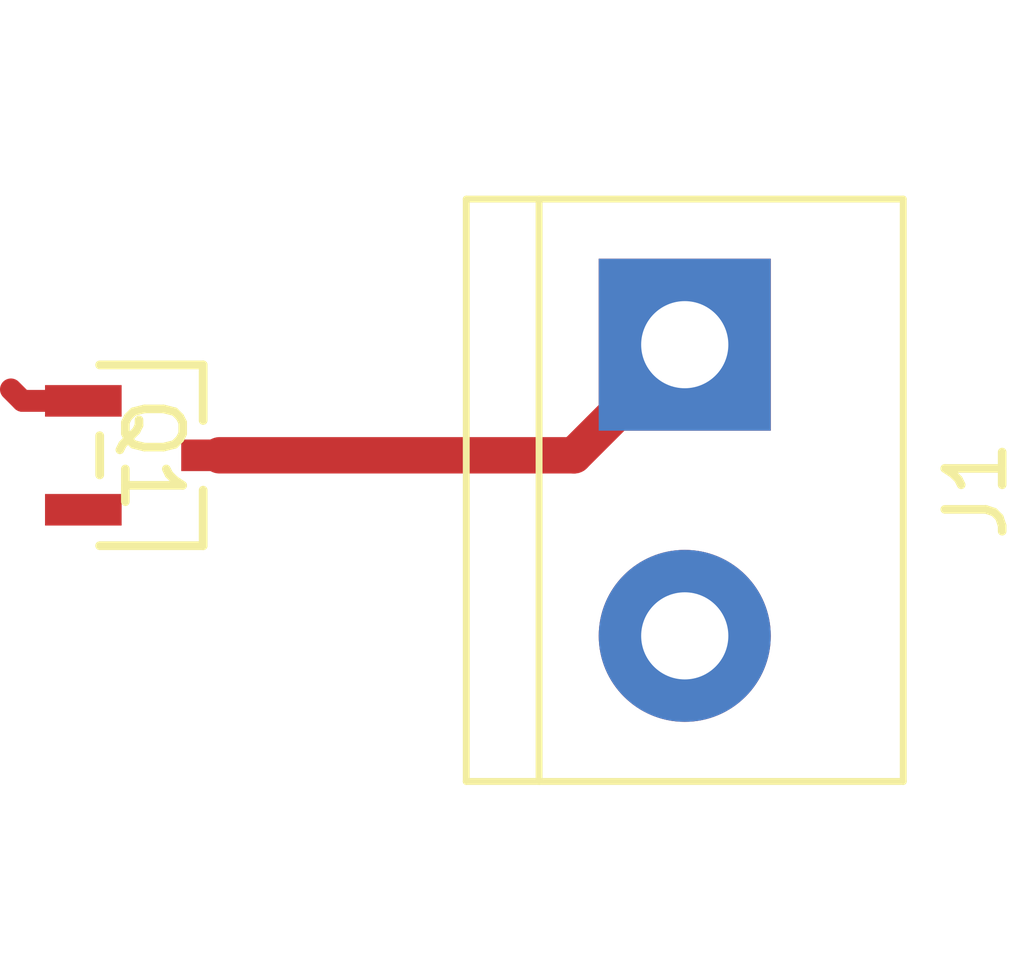
<source format=kicad_pcb>
(kicad_pcb (version 20240108) (generator "pcbnew") (generator_version "8.0")
  (layers (0 "F.Cu" signal) (31 "B.Cu" signal) (34 "B.Paste" user) (35 "F.Paste" user) (36 "B.SilkS" user "B.Silkscreen") (37 "F.SilkS" user "F.Silkscreen") (38 "B.Mask" user) (39 "F.Mask" user) (44 "Edge.Cuts" user))
  (net 0 "")
  (net 1 "/LOAD")
  (net 2 "GND")
  (net 3 "+12V")
  (net 4 "/COMM")
  (footprint "TerminalBlock:TerminalBlock_bornier-2_P5.08mm" (layer "F.Cu") (at 167.15 98.02 -90)
    (property "Reference" "J1" (at 2.54 -5.08 90) (layer "F.SilkS"))
    (property "Value" "Screw_Terminal_01x02")
    (fp_line (start -2.54 3.81) (end 7.62 3.81) (stroke (width 0.12)) (layer "F.SilkS"))
    (fp_line (start 7.62 3.81) (end 7.62 -3.81) (stroke (width 0.12)) (layer "F.SilkS"))
    (fp_line (start 7.62 2.54) (end -2.54 2.54) (stroke (width 0.12)) (layer "F.SilkS"))
    (fp_line (start -2.54 -3.81) (end -2.54 3.81) (stroke (width 0.12)) (layer "F.SilkS"))
    (fp_line (start 7.62 -3.81) (end -2.54 -3.81) (stroke (width 0.12)) (layer "F.SilkS"))
    (pad "1" thru_hole rect (at 0 0 270) (size 3 3) (drill 1.52) (layers "*.Cu" "*.Mask") (net 1 "/LOAD"))
    (pad "2" thru_hole circle (at 5.08 0 270) (size 3 3) (drill 1.52) (layers "*.Cu" "*.Mask") (net 2 "GND"))
  )
  (footprint "Package_S-Mini:S-MINI_TOS" (layer "F.Cu") (at 157.85 99.95 -90)
    (property "Reference" "Q1" (at 0 0 -90) (layer "F.SilkS"))
    (property "Value" "SSM3J352F_LF")
    (fp_line (start -0.341861 0.902) (end 0.341861 0.902) (stroke (width 0.1524)) (layer "F.SilkS"))
    (fp_line (start 1.577 0.902) (end 1.577 -0.902) (stroke (width 0.1524)) (layer "F.SilkS"))
    (fp_line (start -1.577 -0.902) (end -1.577 0.902) (stroke (width 0.1524)) (layer "F.SilkS"))
    (fp_line (start -0.60814 -0.902) (end -1.577 -0.902) (stroke (width 0.1524)) (layer "F.SilkS"))
    (fp_line (start 1.577 -0.902) (end 0.60814 -0.902) (stroke (width 0.1524)) (layer "F.SilkS"))
    (pad "1" smd rect (at -0.950001 1.187498 270) (size 0.5508 1.3362) (layers "F.Cu" "F.Paste" "F.Mask") (net 4 "/COMM"))
    (pad "2" smd rect (at 0.950001 1.187498 270) (size 0.5508 1.3362) (layers "F.Cu" "F.Paste" "F.Mask") (net 3 "+12V"))
    (pad "3" smd rect (at 0 -1.1875 270) (size 0.5508 1.3362) (layers "F.Cu" "F.Paste" "F.Mask") (net 1 "/LOAD"))
  )
  (segment (start 165.22 99.95) (end 167.15 98.02) (width 0.635) (layer "F.Cu") (net 1))
  (segment (start 159.0375 99.95) (end 165.22 99.95) (width 0.635) (layer "F.Cu") (net 1))
  (segment (start 155.599999 98.999999) (end 155.4 98.8) (width 0.381) (layer "F.Cu") (net 4))
  (segment (start 156.662502 98.999999) (end 155.599999 98.999999) (width 0.381) (layer "F.Cu") (net 4))
)
</source>
